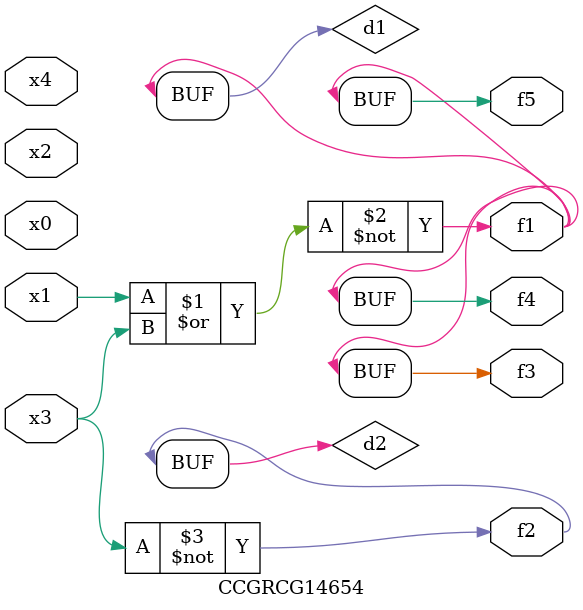
<source format=v>
module CCGRCG14654(
	input x0, x1, x2, x3, x4,
	output f1, f2, f3, f4, f5
);

	wire d1, d2;

	nor (d1, x1, x3);
	not (d2, x3);
	assign f1 = d1;
	assign f2 = d2;
	assign f3 = d1;
	assign f4 = d1;
	assign f5 = d1;
endmodule

</source>
